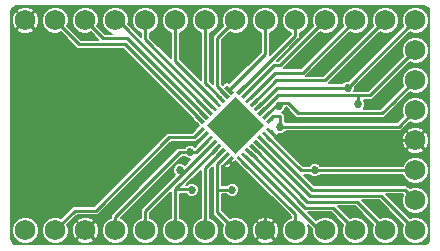
<source format=gtl>
G04 (created by PCBNEW (2013-03-04 BZR 3984)-stable) date 10/14/2013 1:37:55 PM*
%MOIN*%
G04 Gerber Fmt 3.4, Leading zero omitted, Abs format*
%FSLAX34Y34*%
G01*
G70*
G90*
G04 APERTURE LIST*
%ADD10C,0*%
%ADD11C,0.0688976*%
%ADD12C,0.027*%
%ADD13C,0.01*%
%ADD14C,0.005*%
G04 APERTURE END LIST*
G54D10*
G54D11*
X54000Y-24500D03*
X53000Y-31500D03*
X54000Y-31500D03*
X55000Y-31500D03*
X56000Y-31500D03*
X57000Y-31500D03*
X57000Y-30500D03*
X57000Y-29500D03*
X57000Y-28500D03*
X57000Y-27500D03*
X57000Y-26500D03*
X57000Y-25500D03*
X57000Y-24500D03*
X56000Y-24500D03*
X55000Y-24500D03*
X52000Y-31500D03*
X53000Y-24500D03*
X52000Y-24500D03*
X51000Y-24500D03*
X50000Y-24500D03*
X49000Y-24500D03*
X48000Y-24500D03*
X47000Y-24500D03*
X46000Y-24500D03*
X45000Y-24500D03*
X44000Y-31500D03*
X44000Y-24500D03*
X51000Y-31500D03*
X50000Y-31500D03*
X49000Y-31500D03*
X48000Y-31500D03*
X47000Y-31500D03*
G54D10*
G36*
X49747Y-28361D02*
X49663Y-28278D01*
X49900Y-28041D01*
X49983Y-28125D01*
X49747Y-28361D01*
X49747Y-28361D01*
G37*
G36*
X49886Y-28501D02*
X49802Y-28417D01*
X50039Y-28180D01*
X50123Y-28264D01*
X49886Y-28501D01*
X49886Y-28501D01*
G37*
G36*
X50025Y-28640D02*
X49942Y-28556D01*
X50178Y-28320D01*
X50262Y-28403D01*
X50025Y-28640D01*
X50025Y-28640D01*
G37*
G36*
X50164Y-28779D02*
X50081Y-28695D01*
X50317Y-28459D01*
X50401Y-28542D01*
X50164Y-28779D01*
X50164Y-28779D01*
G37*
G36*
X50304Y-28918D02*
X50220Y-28835D01*
X50457Y-28598D01*
X50540Y-28682D01*
X50304Y-28918D01*
X50304Y-28918D01*
G37*
G36*
X50443Y-29057D02*
X50359Y-28974D01*
X50596Y-28737D01*
X50679Y-28821D01*
X50443Y-29057D01*
X50443Y-29057D01*
G37*
G36*
X50582Y-29197D02*
X50498Y-29113D01*
X50735Y-28876D01*
X50819Y-28960D01*
X50582Y-29197D01*
X50582Y-29197D01*
G37*
G36*
X50721Y-29336D02*
X50638Y-29252D01*
X50874Y-29016D01*
X50958Y-29099D01*
X50721Y-29336D01*
X50721Y-29336D01*
G37*
G36*
X52099Y-27958D02*
X52016Y-27874D01*
X52252Y-27638D01*
X52336Y-27721D01*
X52099Y-27958D01*
X52099Y-27958D01*
G37*
G36*
X51960Y-27819D02*
X51876Y-27735D01*
X52113Y-27498D01*
X52197Y-27582D01*
X51960Y-27819D01*
X51960Y-27819D01*
G37*
G36*
X51821Y-27679D02*
X51737Y-27596D01*
X51974Y-27359D01*
X52057Y-27443D01*
X51821Y-27679D01*
X51821Y-27679D01*
G37*
G36*
X51682Y-27540D02*
X51598Y-27457D01*
X51835Y-27220D01*
X51918Y-27304D01*
X51682Y-27540D01*
X51682Y-27540D01*
G37*
G36*
X51542Y-27401D02*
X51459Y-27317D01*
X51695Y-27081D01*
X51779Y-27164D01*
X51542Y-27401D01*
X51542Y-27401D01*
G37*
G36*
X51403Y-27262D02*
X51320Y-27178D01*
X51556Y-26942D01*
X51640Y-27025D01*
X51403Y-27262D01*
X51403Y-27262D01*
G37*
G36*
X51264Y-27123D02*
X51180Y-27039D01*
X51417Y-26802D01*
X51501Y-26886D01*
X51264Y-27123D01*
X51264Y-27123D01*
G37*
G36*
X51125Y-26983D02*
X51041Y-26900D01*
X51278Y-26663D01*
X51361Y-26747D01*
X51125Y-26983D01*
X51125Y-26983D01*
G37*
G36*
X51278Y-29336D02*
X51041Y-29099D01*
X51125Y-29016D01*
X51361Y-29252D01*
X51278Y-29336D01*
X51278Y-29336D01*
G37*
G36*
X51417Y-29197D02*
X51180Y-28960D01*
X51264Y-28876D01*
X51501Y-29113D01*
X51417Y-29197D01*
X51417Y-29197D01*
G37*
G36*
X51556Y-29057D02*
X51320Y-28821D01*
X51403Y-28737D01*
X51640Y-28974D01*
X51556Y-29057D01*
X51556Y-29057D01*
G37*
G36*
X51695Y-28918D02*
X51459Y-28682D01*
X51542Y-28598D01*
X51779Y-28835D01*
X51695Y-28918D01*
X51695Y-28918D01*
G37*
G36*
X51835Y-28779D02*
X51598Y-28542D01*
X51682Y-28459D01*
X51918Y-28695D01*
X51835Y-28779D01*
X51835Y-28779D01*
G37*
G36*
X51974Y-28640D02*
X51737Y-28403D01*
X51821Y-28320D01*
X52057Y-28556D01*
X51974Y-28640D01*
X51974Y-28640D01*
G37*
G36*
X52113Y-28501D02*
X51876Y-28264D01*
X51960Y-28180D01*
X52197Y-28417D01*
X52113Y-28501D01*
X52113Y-28501D01*
G37*
G36*
X52252Y-28361D02*
X52016Y-28125D01*
X52099Y-28041D01*
X52336Y-28278D01*
X52252Y-28361D01*
X52252Y-28361D01*
G37*
G36*
X50874Y-26983D02*
X50638Y-26747D01*
X50721Y-26663D01*
X50958Y-26900D01*
X50874Y-26983D01*
X50874Y-26983D01*
G37*
G36*
X50735Y-27123D02*
X50498Y-26886D01*
X50582Y-26802D01*
X50819Y-27039D01*
X50735Y-27123D01*
X50735Y-27123D01*
G37*
G36*
X50596Y-27262D02*
X50359Y-27025D01*
X50443Y-26942D01*
X50679Y-27178D01*
X50596Y-27262D01*
X50596Y-27262D01*
G37*
G36*
X50457Y-27401D02*
X50220Y-27164D01*
X50304Y-27081D01*
X50540Y-27317D01*
X50457Y-27401D01*
X50457Y-27401D01*
G37*
G36*
X50317Y-27540D02*
X50081Y-27304D01*
X50164Y-27220D01*
X50401Y-27457D01*
X50317Y-27540D01*
X50317Y-27540D01*
G37*
G36*
X50178Y-27679D02*
X49942Y-27443D01*
X50025Y-27359D01*
X50262Y-27596D01*
X50178Y-27679D01*
X50178Y-27679D01*
G37*
G36*
X50039Y-27819D02*
X49802Y-27582D01*
X49886Y-27498D01*
X50123Y-27735D01*
X50039Y-27819D01*
X50039Y-27819D01*
G37*
G36*
X49900Y-27958D02*
X49663Y-27721D01*
X49747Y-27638D01*
X49983Y-27874D01*
X49900Y-27958D01*
X49900Y-27958D01*
G37*
G36*
X51000Y-28946D02*
X50053Y-28000D01*
X51000Y-27053D01*
X51946Y-28000D01*
X51000Y-28946D01*
X51000Y-28946D01*
G37*
G54D11*
X45000Y-31500D03*
X46000Y-31500D03*
G54D12*
X49550Y-30150D03*
X53650Y-29500D03*
X50900Y-30150D03*
X52500Y-28050D03*
X52450Y-27350D03*
X55100Y-27300D03*
X54750Y-26750D03*
X49500Y-28900D03*
X49150Y-29500D03*
G54D13*
X45000Y-31500D02*
X45650Y-30850D01*
X46350Y-30850D02*
X45650Y-30850D01*
X49625Y-28400D02*
X49823Y-28201D01*
X49625Y-28400D02*
X48800Y-28400D01*
X48800Y-28400D02*
X46350Y-30850D01*
X51341Y-29036D02*
X53804Y-31500D01*
X53804Y-31500D02*
X54000Y-31500D01*
X51480Y-28897D02*
X53332Y-30750D01*
X54250Y-30750D02*
X55000Y-31500D01*
X53332Y-30750D02*
X54250Y-30750D01*
X53400Y-30550D02*
X51619Y-28769D01*
X55050Y-30550D02*
X53400Y-30550D01*
X56000Y-31500D02*
X55050Y-30550D01*
X51619Y-28769D02*
X51619Y-28758D01*
X57000Y-31500D02*
X55850Y-30350D01*
X55850Y-30350D02*
X55150Y-30350D01*
X53489Y-30350D02*
X51758Y-28619D01*
X53489Y-30350D02*
X55150Y-30350D01*
X57000Y-30500D02*
X56650Y-30150D01*
X53567Y-30150D02*
X56650Y-30150D01*
X53567Y-30150D02*
X51897Y-28480D01*
X49539Y-30139D02*
X49000Y-30139D01*
X49550Y-30150D02*
X49539Y-30139D01*
X50400Y-30150D02*
X50900Y-30150D01*
X52036Y-28341D02*
X53195Y-29500D01*
X53195Y-29500D02*
X53650Y-29500D01*
X53650Y-29500D02*
X57000Y-29500D01*
X51000Y-31500D02*
X50400Y-30900D01*
X50400Y-29295D02*
X50400Y-30150D01*
X50400Y-30150D02*
X50400Y-30900D01*
X50400Y-29295D02*
X50658Y-29036D01*
X50380Y-28758D02*
X49000Y-30139D01*
X49000Y-30139D02*
X49000Y-31500D01*
X48400Y-29100D02*
X48900Y-28600D01*
X48900Y-28600D02*
X49450Y-28600D01*
X49704Y-28600D02*
X49450Y-28600D01*
X49963Y-28341D02*
X49704Y-28600D01*
X48400Y-29100D02*
X46000Y-31500D01*
X52176Y-28201D02*
X52474Y-28500D01*
X52474Y-28500D02*
X57000Y-28500D01*
X50798Y-29176D02*
X52000Y-30378D01*
X52000Y-30378D02*
X52000Y-31500D01*
X52500Y-28050D02*
X56450Y-28050D01*
X56450Y-28050D02*
X57000Y-27500D01*
X52500Y-28050D02*
X52500Y-27700D01*
X52176Y-27798D02*
X52274Y-27700D01*
X56800Y-27700D02*
X57000Y-27500D01*
X52274Y-27700D02*
X52500Y-27700D01*
X56250Y-27250D02*
X55900Y-27600D01*
X57000Y-26500D02*
X56250Y-27250D01*
X52750Y-27250D02*
X52450Y-27250D01*
X53100Y-27600D02*
X52750Y-27250D01*
X55900Y-27600D02*
X53100Y-27600D01*
X52450Y-27250D02*
X52450Y-27350D01*
X52450Y-27250D02*
X52041Y-27658D01*
X52041Y-27658D02*
X52036Y-27658D01*
X55100Y-27300D02*
X55100Y-27000D01*
X55150Y-27250D02*
X55100Y-27300D01*
X51897Y-27519D02*
X52417Y-27000D01*
X55200Y-27000D02*
X52500Y-27000D01*
X55150Y-27000D02*
X55200Y-27000D01*
X55100Y-27000D02*
X55150Y-27000D01*
X52417Y-27000D02*
X52500Y-27000D01*
X57000Y-25500D02*
X55500Y-27000D01*
X55500Y-27000D02*
X55100Y-27000D01*
X51758Y-27380D02*
X52389Y-26750D01*
X54750Y-26750D02*
X52400Y-26750D01*
X54750Y-26750D02*
X57000Y-24500D01*
X52389Y-26750D02*
X52400Y-26750D01*
X51619Y-27241D02*
X52360Y-26500D01*
X52360Y-26500D02*
X52500Y-26500D01*
X56000Y-24500D02*
X54000Y-26500D01*
X54000Y-26500D02*
X52500Y-26500D01*
X52500Y-26500D02*
X52400Y-26500D01*
X53250Y-26250D02*
X52332Y-26250D01*
X55000Y-24500D02*
X53250Y-26250D01*
X52332Y-26250D02*
X51480Y-27102D01*
X51341Y-26963D02*
X52304Y-26000D01*
X52304Y-26000D02*
X52300Y-26000D01*
X54000Y-24500D02*
X52500Y-26000D01*
X52500Y-26000D02*
X52300Y-26000D01*
X53000Y-24500D02*
X53000Y-25025D01*
X53000Y-25025D02*
X51201Y-26823D01*
X52000Y-24500D02*
X52000Y-25621D01*
X52000Y-25621D02*
X50798Y-26823D01*
X50658Y-26963D02*
X50400Y-26704D01*
X50400Y-25100D02*
X50400Y-26700D01*
X50400Y-25100D02*
X51000Y-24500D01*
X50400Y-26704D02*
X50400Y-26700D01*
X50000Y-24500D02*
X50000Y-26582D01*
X50000Y-26582D02*
X50519Y-27102D01*
X49000Y-24500D02*
X49000Y-25860D01*
X49000Y-25860D02*
X50380Y-27241D01*
X48000Y-24500D02*
X48000Y-25139D01*
X48000Y-25139D02*
X50241Y-27380D01*
X49500Y-28900D02*
X49150Y-28900D01*
X47000Y-31050D02*
X47000Y-31500D01*
X49150Y-28900D02*
X47000Y-31050D01*
X49741Y-28841D02*
X49682Y-28900D01*
X49682Y-28900D02*
X49500Y-28900D01*
X47000Y-31500D02*
X47082Y-31500D01*
X49741Y-28841D02*
X50102Y-28480D01*
X47000Y-24500D02*
X47082Y-24500D01*
X47082Y-24500D02*
X50102Y-27519D01*
X46000Y-24500D02*
X46600Y-25100D01*
X47404Y-25100D02*
X46750Y-25100D01*
X47404Y-25100D02*
X49963Y-27658D01*
X46600Y-25100D02*
X46750Y-25100D01*
X45000Y-24500D02*
X45800Y-25300D01*
X49823Y-27798D02*
X47325Y-25300D01*
X47325Y-25300D02*
X45800Y-25300D01*
X49255Y-29605D02*
X49255Y-29605D01*
X49255Y-29605D02*
X49150Y-29500D01*
X50241Y-28619D02*
X49255Y-29605D01*
X49255Y-29605D02*
X48000Y-30860D01*
X48000Y-30860D02*
X48000Y-31500D01*
X50519Y-28897D02*
X50000Y-29417D01*
X50000Y-29417D02*
X50000Y-31500D01*
X51201Y-29176D02*
X53000Y-30974D01*
X53000Y-30974D02*
X53000Y-31500D01*
G54D10*
G36*
X57466Y-31787D02*
X57451Y-31862D01*
X57448Y-31867D01*
X57448Y-28414D01*
X57381Y-28249D01*
X57377Y-28243D01*
X57314Y-28205D01*
X57294Y-28225D01*
X57294Y-28185D01*
X57256Y-28122D01*
X57092Y-28052D01*
X56914Y-28051D01*
X56749Y-28118D01*
X56743Y-28122D01*
X56705Y-28185D01*
X57000Y-28479D01*
X57294Y-28185D01*
X57294Y-28225D01*
X57020Y-28500D01*
X57314Y-28794D01*
X57377Y-28756D01*
X57447Y-28592D01*
X57448Y-28414D01*
X57448Y-31867D01*
X57448Y-31867D01*
X57448Y-31411D01*
X57380Y-31246D01*
X57254Y-31120D01*
X57089Y-31051D01*
X56911Y-31051D01*
X56810Y-31093D01*
X56021Y-30303D01*
X56586Y-30303D01*
X56593Y-30310D01*
X56551Y-30410D01*
X56551Y-30588D01*
X56619Y-30753D01*
X56745Y-30879D01*
X56910Y-30948D01*
X57088Y-30948D01*
X57253Y-30880D01*
X57379Y-30754D01*
X57448Y-30589D01*
X57448Y-30411D01*
X57380Y-30246D01*
X57254Y-30120D01*
X57089Y-30051D01*
X56911Y-30051D01*
X56810Y-30093D01*
X56758Y-30041D01*
X56708Y-30007D01*
X56650Y-29996D01*
X53631Y-29996D01*
X53288Y-29653D01*
X53466Y-29653D01*
X53514Y-29702D01*
X53602Y-29738D01*
X53697Y-29738D01*
X53785Y-29702D01*
X53833Y-29653D01*
X56578Y-29653D01*
X56619Y-29753D01*
X56745Y-29879D01*
X56910Y-29948D01*
X57088Y-29948D01*
X57253Y-29880D01*
X57379Y-29754D01*
X57448Y-29589D01*
X57448Y-29411D01*
X57380Y-29246D01*
X57294Y-29160D01*
X57294Y-28814D01*
X57000Y-28520D01*
X56979Y-28540D01*
X56979Y-28500D01*
X56685Y-28205D01*
X56622Y-28243D01*
X56552Y-28407D01*
X56551Y-28585D01*
X56618Y-28750D01*
X56622Y-28756D01*
X56685Y-28794D01*
X56979Y-28500D01*
X56979Y-28540D01*
X56705Y-28814D01*
X56743Y-28877D01*
X56907Y-28947D01*
X57085Y-28948D01*
X57250Y-28881D01*
X57256Y-28877D01*
X57294Y-28814D01*
X57294Y-29160D01*
X57254Y-29120D01*
X57089Y-29051D01*
X56911Y-29051D01*
X56746Y-29119D01*
X56620Y-29245D01*
X56578Y-29346D01*
X53833Y-29346D01*
X53785Y-29297D01*
X53697Y-29261D01*
X53602Y-29261D01*
X53514Y-29297D01*
X53466Y-29346D01*
X53259Y-29346D01*
X52337Y-28423D01*
X52339Y-28422D01*
X52339Y-28385D01*
X52176Y-28222D01*
X52170Y-28227D01*
X52150Y-28207D01*
X52155Y-28201D01*
X52150Y-28196D01*
X52170Y-28175D01*
X52176Y-28181D01*
X52181Y-28175D01*
X52202Y-28196D01*
X52196Y-28201D01*
X52359Y-28365D01*
X52396Y-28365D01*
X52424Y-28337D01*
X52439Y-28299D01*
X52440Y-28283D01*
X52452Y-28288D01*
X52547Y-28288D01*
X52635Y-28252D01*
X52683Y-28203D01*
X56450Y-28203D01*
X56508Y-28192D01*
X56558Y-28158D01*
X56810Y-27906D01*
X56910Y-27948D01*
X57088Y-27948D01*
X57253Y-27880D01*
X57379Y-27754D01*
X57448Y-27589D01*
X57448Y-27411D01*
X57380Y-27246D01*
X57254Y-27120D01*
X57089Y-27051D01*
X56911Y-27051D01*
X56746Y-27119D01*
X56620Y-27245D01*
X56551Y-27410D01*
X56551Y-27588D01*
X56593Y-27689D01*
X56386Y-27896D01*
X52683Y-27896D01*
X52653Y-27866D01*
X52653Y-27700D01*
X52642Y-27641D01*
X52608Y-27591D01*
X52563Y-27561D01*
X52585Y-27552D01*
X52652Y-27485D01*
X52686Y-27403D01*
X52686Y-27403D01*
X52991Y-27708D01*
X52991Y-27708D01*
X53011Y-27722D01*
X53041Y-27742D01*
X53099Y-27753D01*
X53100Y-27753D01*
X55900Y-27753D01*
X55958Y-27742D01*
X56008Y-27708D01*
X56358Y-27358D01*
X56358Y-27358D01*
X56358Y-27358D01*
X56810Y-26906D01*
X56910Y-26948D01*
X57088Y-26948D01*
X57253Y-26880D01*
X57379Y-26754D01*
X57448Y-26589D01*
X57448Y-26411D01*
X57380Y-26246D01*
X57254Y-26120D01*
X57089Y-26051D01*
X56911Y-26051D01*
X56746Y-26119D01*
X56620Y-26245D01*
X56551Y-26410D01*
X56551Y-26588D01*
X56593Y-26689D01*
X56141Y-27141D01*
X56141Y-27141D01*
X55836Y-27446D01*
X55291Y-27446D01*
X55302Y-27435D01*
X55338Y-27347D01*
X55338Y-27252D01*
X55302Y-27164D01*
X55291Y-27153D01*
X55500Y-27153D01*
X55558Y-27142D01*
X55608Y-27108D01*
X56810Y-25906D01*
X56910Y-25948D01*
X57088Y-25948D01*
X57253Y-25880D01*
X57379Y-25754D01*
X57448Y-25589D01*
X57448Y-25411D01*
X57380Y-25246D01*
X57254Y-25120D01*
X57089Y-25051D01*
X56911Y-25051D01*
X56746Y-25119D01*
X56620Y-25245D01*
X56551Y-25410D01*
X56551Y-25588D01*
X56593Y-25689D01*
X55436Y-26846D01*
X55200Y-26846D01*
X55150Y-26846D01*
X55100Y-26846D01*
X54968Y-26846D01*
X54988Y-26797D01*
X54988Y-26728D01*
X56810Y-24906D01*
X56910Y-24948D01*
X57088Y-24948D01*
X57253Y-24880D01*
X57379Y-24754D01*
X57448Y-24589D01*
X57448Y-24411D01*
X57380Y-24246D01*
X57254Y-24120D01*
X57089Y-24051D01*
X56911Y-24051D01*
X56746Y-24119D01*
X56620Y-24245D01*
X56551Y-24410D01*
X56551Y-24588D01*
X56593Y-24689D01*
X54771Y-26511D01*
X54702Y-26511D01*
X54614Y-26547D01*
X54566Y-26596D01*
X54121Y-26596D01*
X55810Y-24906D01*
X55910Y-24948D01*
X56088Y-24948D01*
X56253Y-24880D01*
X56379Y-24754D01*
X56448Y-24589D01*
X56448Y-24411D01*
X56380Y-24246D01*
X56254Y-24120D01*
X56089Y-24051D01*
X55911Y-24051D01*
X55746Y-24119D01*
X55620Y-24245D01*
X55551Y-24410D01*
X55551Y-24588D01*
X55593Y-24689D01*
X53936Y-26346D01*
X53371Y-26346D01*
X54810Y-24906D01*
X54910Y-24948D01*
X55088Y-24948D01*
X55253Y-24880D01*
X55379Y-24754D01*
X55448Y-24589D01*
X55448Y-24411D01*
X55380Y-24246D01*
X55254Y-24120D01*
X55089Y-24051D01*
X54911Y-24051D01*
X54746Y-24119D01*
X54620Y-24245D01*
X54551Y-24410D01*
X54551Y-24588D01*
X54593Y-24689D01*
X53186Y-26096D01*
X52621Y-26096D01*
X53810Y-24906D01*
X53910Y-24948D01*
X54088Y-24948D01*
X54253Y-24880D01*
X54379Y-24754D01*
X54448Y-24589D01*
X54448Y-24411D01*
X54380Y-24246D01*
X54254Y-24120D01*
X54089Y-24051D01*
X53911Y-24051D01*
X53746Y-24119D01*
X53620Y-24245D01*
X53551Y-24410D01*
X53551Y-24588D01*
X53593Y-24689D01*
X52436Y-25846D01*
X52396Y-25846D01*
X53108Y-25134D01*
X53108Y-25134D01*
X53142Y-25084D01*
X53153Y-25025D01*
X53153Y-25025D01*
X53153Y-24921D01*
X53253Y-24880D01*
X53379Y-24754D01*
X53448Y-24589D01*
X53448Y-24411D01*
X53380Y-24246D01*
X53254Y-24120D01*
X53089Y-24051D01*
X52911Y-24051D01*
X52746Y-24119D01*
X52620Y-24245D01*
X52551Y-24410D01*
X52551Y-24588D01*
X52619Y-24753D01*
X52745Y-24879D01*
X52846Y-24921D01*
X52846Y-24961D01*
X52145Y-25662D01*
X52153Y-25621D01*
X52153Y-25621D01*
X52153Y-24921D01*
X52253Y-24880D01*
X52379Y-24754D01*
X52448Y-24589D01*
X52448Y-24411D01*
X52380Y-24246D01*
X52254Y-24120D01*
X52089Y-24051D01*
X51911Y-24051D01*
X51746Y-24119D01*
X51620Y-24245D01*
X51551Y-24410D01*
X51551Y-24588D01*
X51619Y-24753D01*
X51745Y-24879D01*
X51846Y-24921D01*
X51846Y-25558D01*
X50804Y-26599D01*
X50780Y-26575D01*
X50742Y-26560D01*
X50701Y-26559D01*
X50662Y-26575D01*
X50633Y-26604D01*
X50576Y-26662D01*
X50553Y-26640D01*
X50553Y-25163D01*
X50810Y-24906D01*
X50910Y-24948D01*
X51088Y-24948D01*
X51253Y-24880D01*
X51379Y-24754D01*
X51448Y-24589D01*
X51448Y-24411D01*
X51380Y-24246D01*
X51254Y-24120D01*
X51089Y-24051D01*
X50911Y-24051D01*
X50746Y-24119D01*
X50620Y-24245D01*
X50551Y-24410D01*
X50551Y-24588D01*
X50593Y-24689D01*
X50291Y-24991D01*
X50257Y-25041D01*
X50246Y-25100D01*
X50246Y-26611D01*
X50153Y-26518D01*
X50153Y-24921D01*
X50253Y-24880D01*
X50379Y-24754D01*
X50448Y-24589D01*
X50448Y-24411D01*
X50380Y-24246D01*
X50254Y-24120D01*
X50089Y-24051D01*
X49911Y-24051D01*
X49746Y-24119D01*
X49620Y-24245D01*
X49551Y-24410D01*
X49551Y-24588D01*
X49619Y-24753D01*
X49745Y-24879D01*
X49846Y-24921D01*
X49846Y-26489D01*
X49153Y-25797D01*
X49153Y-24921D01*
X49253Y-24880D01*
X49379Y-24754D01*
X49448Y-24589D01*
X49448Y-24411D01*
X49380Y-24246D01*
X49254Y-24120D01*
X49089Y-24051D01*
X48911Y-24051D01*
X48746Y-24119D01*
X48620Y-24245D01*
X48551Y-24410D01*
X48551Y-24588D01*
X48619Y-24753D01*
X48745Y-24879D01*
X48846Y-24921D01*
X48846Y-25768D01*
X48153Y-25075D01*
X48153Y-24921D01*
X48253Y-24880D01*
X48379Y-24754D01*
X48448Y-24589D01*
X48448Y-24411D01*
X48380Y-24246D01*
X48254Y-24120D01*
X48089Y-24051D01*
X47911Y-24051D01*
X47746Y-24119D01*
X47620Y-24245D01*
X47551Y-24410D01*
X47551Y-24588D01*
X47619Y-24753D01*
X47745Y-24879D01*
X47846Y-24921D01*
X47846Y-25046D01*
X47430Y-24631D01*
X47448Y-24589D01*
X47448Y-24411D01*
X47380Y-24246D01*
X47254Y-24120D01*
X47089Y-24051D01*
X46911Y-24051D01*
X46746Y-24119D01*
X46620Y-24245D01*
X46551Y-24410D01*
X46551Y-24588D01*
X46619Y-24753D01*
X46745Y-24879D01*
X46905Y-24946D01*
X46750Y-24946D01*
X46663Y-24946D01*
X46406Y-24689D01*
X46448Y-24589D01*
X46448Y-24411D01*
X46380Y-24246D01*
X46254Y-24120D01*
X46089Y-24051D01*
X45911Y-24051D01*
X45746Y-24119D01*
X45620Y-24245D01*
X45551Y-24410D01*
X45551Y-24588D01*
X45619Y-24753D01*
X45745Y-24879D01*
X45910Y-24948D01*
X46088Y-24948D01*
X46189Y-24906D01*
X46428Y-25146D01*
X45863Y-25146D01*
X45406Y-24689D01*
X45448Y-24589D01*
X45448Y-24411D01*
X45380Y-24246D01*
X45254Y-24120D01*
X45089Y-24051D01*
X44911Y-24051D01*
X44746Y-24119D01*
X44620Y-24245D01*
X44551Y-24410D01*
X44551Y-24588D01*
X44619Y-24753D01*
X44745Y-24879D01*
X44910Y-24948D01*
X45088Y-24948D01*
X45189Y-24906D01*
X45691Y-25408D01*
X45691Y-25408D01*
X45724Y-25430D01*
X45741Y-25442D01*
X45741Y-25442D01*
X45799Y-25453D01*
X45800Y-25453D01*
X47261Y-25453D01*
X49566Y-27758D01*
X49575Y-27780D01*
X49604Y-27809D01*
X49795Y-28000D01*
X49575Y-28219D01*
X49566Y-28241D01*
X49561Y-28246D01*
X48800Y-28246D01*
X48741Y-28257D01*
X48691Y-28291D01*
X48691Y-28291D01*
X48691Y-28291D01*
X46286Y-30696D01*
X45650Y-30696D01*
X45591Y-30707D01*
X45541Y-30741D01*
X45189Y-31093D01*
X45089Y-31051D01*
X44911Y-31051D01*
X44746Y-31119D01*
X44620Y-31245D01*
X44551Y-31410D01*
X44551Y-31588D01*
X44619Y-31753D01*
X44745Y-31879D01*
X44910Y-31948D01*
X45088Y-31948D01*
X45253Y-31880D01*
X45379Y-31754D01*
X45448Y-31589D01*
X45448Y-31411D01*
X45406Y-31310D01*
X45713Y-31003D01*
X46350Y-31003D01*
X46408Y-30992D01*
X46458Y-30958D01*
X48863Y-28553D01*
X49625Y-28553D01*
X49684Y-28542D01*
X49734Y-28508D01*
X49740Y-28502D01*
X49744Y-28505D01*
X49742Y-28504D01*
X49779Y-28504D01*
X49942Y-28341D01*
X49937Y-28335D01*
X49957Y-28315D01*
X49963Y-28320D01*
X49968Y-28315D01*
X49988Y-28335D01*
X49983Y-28341D01*
X49988Y-28346D01*
X49968Y-28366D01*
X49963Y-28361D01*
X49799Y-28524D01*
X49799Y-28561D01*
X49798Y-28559D01*
X49801Y-28563D01*
X49651Y-28713D01*
X49635Y-28697D01*
X49547Y-28661D01*
X49452Y-28661D01*
X49364Y-28697D01*
X49316Y-28746D01*
X49150Y-28746D01*
X49091Y-28757D01*
X49041Y-28791D01*
X46891Y-30941D01*
X46857Y-30991D01*
X46846Y-31050D01*
X46846Y-31078D01*
X46746Y-31119D01*
X46620Y-31245D01*
X46551Y-31410D01*
X46551Y-31588D01*
X46619Y-31753D01*
X46745Y-31879D01*
X46910Y-31948D01*
X47088Y-31948D01*
X47253Y-31880D01*
X47379Y-31754D01*
X47448Y-31589D01*
X47448Y-31411D01*
X47380Y-31246D01*
X47254Y-31120D01*
X47178Y-31088D01*
X49213Y-29053D01*
X49316Y-29053D01*
X49364Y-29102D01*
X49452Y-29138D01*
X49504Y-29138D01*
X49315Y-29327D01*
X49285Y-29297D01*
X49197Y-29261D01*
X49102Y-29261D01*
X49014Y-29297D01*
X48947Y-29364D01*
X48911Y-29452D01*
X48911Y-29547D01*
X48947Y-29635D01*
X48977Y-29665D01*
X47891Y-30752D01*
X47857Y-30801D01*
X47846Y-30860D01*
X47846Y-31078D01*
X47746Y-31119D01*
X47620Y-31245D01*
X47551Y-31410D01*
X47551Y-31588D01*
X47619Y-31753D01*
X47745Y-31879D01*
X47910Y-31948D01*
X48088Y-31948D01*
X48253Y-31880D01*
X48379Y-31754D01*
X48448Y-31589D01*
X48448Y-31411D01*
X48380Y-31246D01*
X48254Y-31120D01*
X48153Y-31078D01*
X48153Y-30924D01*
X48846Y-30231D01*
X48846Y-31078D01*
X48746Y-31119D01*
X48620Y-31245D01*
X48551Y-31410D01*
X48551Y-31588D01*
X48619Y-31753D01*
X48745Y-31879D01*
X48910Y-31948D01*
X49088Y-31948D01*
X49253Y-31880D01*
X49379Y-31754D01*
X49448Y-31589D01*
X49448Y-31411D01*
X49380Y-31246D01*
X49254Y-31120D01*
X49153Y-31078D01*
X49153Y-30292D01*
X49355Y-30292D01*
X49414Y-30352D01*
X49502Y-30388D01*
X49597Y-30388D01*
X49685Y-30352D01*
X49752Y-30285D01*
X49788Y-30197D01*
X49788Y-30102D01*
X49752Y-30014D01*
X49685Y-29947D01*
X49597Y-29911D01*
X49502Y-29911D01*
X49414Y-29947D01*
X49376Y-29985D01*
X49371Y-29985D01*
X49846Y-29510D01*
X49846Y-31078D01*
X49746Y-31119D01*
X49620Y-31245D01*
X49551Y-31410D01*
X49551Y-31588D01*
X49619Y-31753D01*
X49745Y-31879D01*
X49910Y-31948D01*
X50088Y-31948D01*
X50253Y-31880D01*
X50379Y-31754D01*
X50448Y-31589D01*
X50448Y-31411D01*
X50380Y-31246D01*
X50254Y-31120D01*
X50153Y-31078D01*
X50153Y-29481D01*
X50246Y-29388D01*
X50246Y-30150D01*
X50246Y-30900D01*
X50257Y-30958D01*
X50291Y-31008D01*
X50593Y-31310D01*
X50551Y-31410D01*
X50551Y-31588D01*
X50619Y-31753D01*
X50745Y-31879D01*
X50910Y-31948D01*
X51088Y-31948D01*
X51253Y-31880D01*
X51379Y-31754D01*
X51448Y-31589D01*
X51448Y-31411D01*
X51380Y-31246D01*
X51254Y-31120D01*
X51089Y-31051D01*
X50911Y-31051D01*
X50810Y-31093D01*
X50553Y-30836D01*
X50553Y-30303D01*
X50716Y-30303D01*
X50764Y-30352D01*
X50852Y-30388D01*
X50947Y-30388D01*
X51035Y-30352D01*
X51102Y-30285D01*
X51138Y-30197D01*
X51138Y-30102D01*
X51102Y-30014D01*
X51035Y-29947D01*
X50947Y-29911D01*
X50884Y-29911D01*
X50884Y-29319D01*
X50884Y-29283D01*
X50798Y-29196D01*
X50634Y-29359D01*
X50634Y-29396D01*
X50633Y-29395D01*
X50662Y-29424D01*
X50701Y-29440D01*
X50742Y-29439D01*
X50780Y-29424D01*
X50884Y-29319D01*
X50884Y-29911D01*
X50852Y-29911D01*
X50764Y-29947D01*
X50716Y-29996D01*
X50553Y-29996D01*
X50553Y-29359D01*
X50576Y-29337D01*
X50579Y-29340D01*
X50577Y-29339D01*
X50614Y-29339D01*
X50777Y-29176D01*
X50772Y-29170D01*
X50792Y-29150D01*
X50798Y-29155D01*
X50803Y-29150D01*
X50824Y-29170D01*
X50818Y-29176D01*
X50905Y-29262D01*
X50941Y-29262D01*
X50999Y-29204D01*
X51219Y-29424D01*
X51241Y-29433D01*
X52846Y-31038D01*
X52846Y-31078D01*
X52746Y-31119D01*
X52620Y-31245D01*
X52551Y-31410D01*
X52551Y-31588D01*
X52619Y-31753D01*
X52745Y-31879D01*
X52910Y-31948D01*
X53088Y-31948D01*
X53253Y-31880D01*
X53379Y-31754D01*
X53448Y-31589D01*
X53448Y-31411D01*
X53413Y-31326D01*
X53551Y-31465D01*
X53551Y-31588D01*
X53619Y-31753D01*
X53745Y-31879D01*
X53910Y-31948D01*
X54088Y-31948D01*
X54253Y-31880D01*
X54379Y-31754D01*
X54448Y-31589D01*
X54448Y-31411D01*
X54380Y-31246D01*
X54254Y-31120D01*
X54089Y-31051D01*
X53911Y-31051D01*
X53746Y-31119D01*
X53693Y-31172D01*
X53425Y-30903D01*
X54186Y-30903D01*
X54593Y-31310D01*
X54551Y-31410D01*
X54551Y-31588D01*
X54619Y-31753D01*
X54745Y-31879D01*
X54910Y-31948D01*
X55088Y-31948D01*
X55253Y-31880D01*
X55379Y-31754D01*
X55448Y-31589D01*
X55448Y-31411D01*
X55380Y-31246D01*
X55254Y-31120D01*
X55089Y-31051D01*
X54911Y-31051D01*
X54810Y-31093D01*
X54421Y-30703D01*
X54986Y-30703D01*
X55593Y-31310D01*
X55551Y-31410D01*
X55551Y-31588D01*
X55619Y-31753D01*
X55745Y-31879D01*
X55910Y-31948D01*
X56088Y-31948D01*
X56253Y-31880D01*
X56379Y-31754D01*
X56448Y-31589D01*
X56448Y-31411D01*
X56380Y-31246D01*
X56254Y-31120D01*
X56089Y-31051D01*
X55911Y-31051D01*
X55810Y-31093D01*
X55221Y-30503D01*
X55786Y-30503D01*
X56593Y-31310D01*
X56551Y-31410D01*
X56551Y-31588D01*
X56619Y-31753D01*
X56745Y-31879D01*
X56910Y-31948D01*
X57088Y-31948D01*
X57253Y-31880D01*
X57379Y-31754D01*
X57448Y-31589D01*
X57448Y-31411D01*
X57448Y-31867D01*
X57416Y-31915D01*
X57362Y-31951D01*
X57286Y-31966D01*
X52448Y-31966D01*
X52448Y-31414D01*
X52381Y-31249D01*
X52377Y-31243D01*
X52314Y-31205D01*
X52294Y-31225D01*
X52294Y-31185D01*
X52256Y-31122D01*
X52092Y-31052D01*
X51914Y-31051D01*
X51749Y-31118D01*
X51743Y-31122D01*
X51705Y-31185D01*
X52000Y-31479D01*
X52294Y-31185D01*
X52294Y-31225D01*
X52020Y-31500D01*
X52314Y-31794D01*
X52377Y-31756D01*
X52447Y-31592D01*
X52448Y-31414D01*
X52448Y-31966D01*
X52294Y-31966D01*
X52294Y-31814D01*
X52000Y-31520D01*
X51979Y-31540D01*
X51979Y-31500D01*
X51685Y-31205D01*
X51622Y-31243D01*
X51552Y-31407D01*
X51551Y-31585D01*
X51618Y-31750D01*
X51622Y-31756D01*
X51685Y-31794D01*
X51979Y-31500D01*
X51979Y-31540D01*
X51705Y-31814D01*
X51743Y-31877D01*
X51907Y-31947D01*
X52085Y-31948D01*
X52250Y-31881D01*
X52256Y-31877D01*
X52294Y-31814D01*
X52294Y-31966D01*
X46448Y-31966D01*
X46448Y-31414D01*
X46381Y-31249D01*
X46377Y-31243D01*
X46314Y-31205D01*
X46294Y-31225D01*
X46294Y-31185D01*
X46256Y-31122D01*
X46092Y-31052D01*
X45914Y-31051D01*
X45749Y-31118D01*
X45743Y-31122D01*
X45705Y-31185D01*
X46000Y-31479D01*
X46294Y-31185D01*
X46294Y-31225D01*
X46020Y-31500D01*
X46314Y-31794D01*
X46377Y-31756D01*
X46447Y-31592D01*
X46448Y-31414D01*
X46448Y-31966D01*
X46294Y-31966D01*
X46294Y-31814D01*
X46000Y-31520D01*
X45979Y-31540D01*
X45979Y-31500D01*
X45685Y-31205D01*
X45622Y-31243D01*
X45552Y-31407D01*
X45551Y-31585D01*
X45618Y-31750D01*
X45622Y-31756D01*
X45685Y-31794D01*
X45979Y-31500D01*
X45979Y-31540D01*
X45705Y-31814D01*
X45743Y-31877D01*
X45907Y-31947D01*
X46085Y-31948D01*
X46250Y-31881D01*
X46256Y-31877D01*
X46294Y-31814D01*
X46294Y-31966D01*
X44448Y-31966D01*
X44448Y-24414D01*
X44381Y-24249D01*
X44377Y-24243D01*
X44314Y-24205D01*
X44294Y-24225D01*
X44294Y-24185D01*
X44256Y-24122D01*
X44092Y-24052D01*
X43914Y-24051D01*
X43749Y-24118D01*
X43743Y-24122D01*
X43705Y-24185D01*
X44000Y-24479D01*
X44294Y-24185D01*
X44294Y-24225D01*
X44020Y-24500D01*
X44314Y-24794D01*
X44377Y-24756D01*
X44447Y-24592D01*
X44448Y-24414D01*
X44448Y-31966D01*
X44448Y-31966D01*
X44448Y-31411D01*
X44380Y-31246D01*
X44294Y-31160D01*
X44294Y-24814D01*
X44000Y-24520D01*
X43979Y-24540D01*
X43979Y-24500D01*
X43685Y-24205D01*
X43622Y-24243D01*
X43552Y-24407D01*
X43551Y-24585D01*
X43618Y-24750D01*
X43622Y-24756D01*
X43685Y-24794D01*
X43979Y-24500D01*
X43979Y-24540D01*
X43705Y-24814D01*
X43743Y-24877D01*
X43907Y-24947D01*
X44085Y-24948D01*
X44250Y-24881D01*
X44256Y-24877D01*
X44294Y-24814D01*
X44294Y-31160D01*
X44254Y-31120D01*
X44089Y-31051D01*
X43911Y-31051D01*
X43746Y-31119D01*
X43620Y-31245D01*
X43551Y-31410D01*
X43551Y-31588D01*
X43619Y-31753D01*
X43745Y-31879D01*
X43910Y-31948D01*
X44088Y-31948D01*
X44253Y-31880D01*
X44379Y-31754D01*
X44448Y-31589D01*
X44448Y-31411D01*
X44448Y-31966D01*
X43712Y-31966D01*
X43637Y-31951D01*
X43584Y-31916D01*
X43548Y-31862D01*
X43533Y-31786D01*
X43533Y-24213D01*
X43548Y-24137D01*
X43584Y-24083D01*
X43637Y-24048D01*
X43712Y-24033D01*
X57286Y-24033D01*
X57362Y-24048D01*
X57416Y-24084D01*
X57451Y-24137D01*
X57466Y-24212D01*
X57466Y-31787D01*
X57466Y-31787D01*
G37*
G54D14*
X57466Y-31787D02*
X57451Y-31862D01*
X57448Y-31867D01*
X57448Y-28414D01*
X57381Y-28249D01*
X57377Y-28243D01*
X57314Y-28205D01*
X57294Y-28225D01*
X57294Y-28185D01*
X57256Y-28122D01*
X57092Y-28052D01*
X56914Y-28051D01*
X56749Y-28118D01*
X56743Y-28122D01*
X56705Y-28185D01*
X57000Y-28479D01*
X57294Y-28185D01*
X57294Y-28225D01*
X57020Y-28500D01*
X57314Y-28794D01*
X57377Y-28756D01*
X57447Y-28592D01*
X57448Y-28414D01*
X57448Y-31867D01*
X57448Y-31867D01*
X57448Y-31411D01*
X57380Y-31246D01*
X57254Y-31120D01*
X57089Y-31051D01*
X56911Y-31051D01*
X56810Y-31093D01*
X56021Y-30303D01*
X56586Y-30303D01*
X56593Y-30310D01*
X56551Y-30410D01*
X56551Y-30588D01*
X56619Y-30753D01*
X56745Y-30879D01*
X56910Y-30948D01*
X57088Y-30948D01*
X57253Y-30880D01*
X57379Y-30754D01*
X57448Y-30589D01*
X57448Y-30411D01*
X57380Y-30246D01*
X57254Y-30120D01*
X57089Y-30051D01*
X56911Y-30051D01*
X56810Y-30093D01*
X56758Y-30041D01*
X56708Y-30007D01*
X56650Y-29996D01*
X53631Y-29996D01*
X53288Y-29653D01*
X53466Y-29653D01*
X53514Y-29702D01*
X53602Y-29738D01*
X53697Y-29738D01*
X53785Y-29702D01*
X53833Y-29653D01*
X56578Y-29653D01*
X56619Y-29753D01*
X56745Y-29879D01*
X56910Y-29948D01*
X57088Y-29948D01*
X57253Y-29880D01*
X57379Y-29754D01*
X57448Y-29589D01*
X57448Y-29411D01*
X57380Y-29246D01*
X57294Y-29160D01*
X57294Y-28814D01*
X57000Y-28520D01*
X56979Y-28540D01*
X56979Y-28500D01*
X56685Y-28205D01*
X56622Y-28243D01*
X56552Y-28407D01*
X56551Y-28585D01*
X56618Y-28750D01*
X56622Y-28756D01*
X56685Y-28794D01*
X56979Y-28500D01*
X56979Y-28540D01*
X56705Y-28814D01*
X56743Y-28877D01*
X56907Y-28947D01*
X57085Y-28948D01*
X57250Y-28881D01*
X57256Y-28877D01*
X57294Y-28814D01*
X57294Y-29160D01*
X57254Y-29120D01*
X57089Y-29051D01*
X56911Y-29051D01*
X56746Y-29119D01*
X56620Y-29245D01*
X56578Y-29346D01*
X53833Y-29346D01*
X53785Y-29297D01*
X53697Y-29261D01*
X53602Y-29261D01*
X53514Y-29297D01*
X53466Y-29346D01*
X53259Y-29346D01*
X52337Y-28423D01*
X52339Y-28422D01*
X52339Y-28385D01*
X52176Y-28222D01*
X52170Y-28227D01*
X52150Y-28207D01*
X52155Y-28201D01*
X52150Y-28196D01*
X52170Y-28175D01*
X52176Y-28181D01*
X52181Y-28175D01*
X52202Y-28196D01*
X52196Y-28201D01*
X52359Y-28365D01*
X52396Y-28365D01*
X52424Y-28337D01*
X52439Y-28299D01*
X52440Y-28283D01*
X52452Y-28288D01*
X52547Y-28288D01*
X52635Y-28252D01*
X52683Y-28203D01*
X56450Y-28203D01*
X56508Y-28192D01*
X56558Y-28158D01*
X56810Y-27906D01*
X56910Y-27948D01*
X57088Y-27948D01*
X57253Y-27880D01*
X57379Y-27754D01*
X57448Y-27589D01*
X57448Y-27411D01*
X57380Y-27246D01*
X57254Y-27120D01*
X57089Y-27051D01*
X56911Y-27051D01*
X56746Y-27119D01*
X56620Y-27245D01*
X56551Y-27410D01*
X56551Y-27588D01*
X56593Y-27689D01*
X56386Y-27896D01*
X52683Y-27896D01*
X52653Y-27866D01*
X52653Y-27700D01*
X52642Y-27641D01*
X52608Y-27591D01*
X52563Y-27561D01*
X52585Y-27552D01*
X52652Y-27485D01*
X52686Y-27403D01*
X52686Y-27403D01*
X52991Y-27708D01*
X52991Y-27708D01*
X53011Y-27722D01*
X53041Y-27742D01*
X53099Y-27753D01*
X53100Y-27753D01*
X55900Y-27753D01*
X55958Y-27742D01*
X56008Y-27708D01*
X56358Y-27358D01*
X56358Y-27358D01*
X56358Y-27358D01*
X56810Y-26906D01*
X56910Y-26948D01*
X57088Y-26948D01*
X57253Y-26880D01*
X57379Y-26754D01*
X57448Y-26589D01*
X57448Y-26411D01*
X57380Y-26246D01*
X57254Y-26120D01*
X57089Y-26051D01*
X56911Y-26051D01*
X56746Y-26119D01*
X56620Y-26245D01*
X56551Y-26410D01*
X56551Y-26588D01*
X56593Y-26689D01*
X56141Y-27141D01*
X56141Y-27141D01*
X55836Y-27446D01*
X55291Y-27446D01*
X55302Y-27435D01*
X55338Y-27347D01*
X55338Y-27252D01*
X55302Y-27164D01*
X55291Y-27153D01*
X55500Y-27153D01*
X55558Y-27142D01*
X55608Y-27108D01*
X56810Y-25906D01*
X56910Y-25948D01*
X57088Y-25948D01*
X57253Y-25880D01*
X57379Y-25754D01*
X57448Y-25589D01*
X57448Y-25411D01*
X57380Y-25246D01*
X57254Y-25120D01*
X57089Y-25051D01*
X56911Y-25051D01*
X56746Y-25119D01*
X56620Y-25245D01*
X56551Y-25410D01*
X56551Y-25588D01*
X56593Y-25689D01*
X55436Y-26846D01*
X55200Y-26846D01*
X55150Y-26846D01*
X55100Y-26846D01*
X54968Y-26846D01*
X54988Y-26797D01*
X54988Y-26728D01*
X56810Y-24906D01*
X56910Y-24948D01*
X57088Y-24948D01*
X57253Y-24880D01*
X57379Y-24754D01*
X57448Y-24589D01*
X57448Y-24411D01*
X57380Y-24246D01*
X57254Y-24120D01*
X57089Y-24051D01*
X56911Y-24051D01*
X56746Y-24119D01*
X56620Y-24245D01*
X56551Y-24410D01*
X56551Y-24588D01*
X56593Y-24689D01*
X54771Y-26511D01*
X54702Y-26511D01*
X54614Y-26547D01*
X54566Y-26596D01*
X54121Y-26596D01*
X55810Y-24906D01*
X55910Y-24948D01*
X56088Y-24948D01*
X56253Y-24880D01*
X56379Y-24754D01*
X56448Y-24589D01*
X56448Y-24411D01*
X56380Y-24246D01*
X56254Y-24120D01*
X56089Y-24051D01*
X55911Y-24051D01*
X55746Y-24119D01*
X55620Y-24245D01*
X55551Y-24410D01*
X55551Y-24588D01*
X55593Y-24689D01*
X53936Y-26346D01*
X53371Y-26346D01*
X54810Y-24906D01*
X54910Y-24948D01*
X55088Y-24948D01*
X55253Y-24880D01*
X55379Y-24754D01*
X55448Y-24589D01*
X55448Y-24411D01*
X55380Y-24246D01*
X55254Y-24120D01*
X55089Y-24051D01*
X54911Y-24051D01*
X54746Y-24119D01*
X54620Y-24245D01*
X54551Y-24410D01*
X54551Y-24588D01*
X54593Y-24689D01*
X53186Y-26096D01*
X52621Y-26096D01*
X53810Y-24906D01*
X53910Y-24948D01*
X54088Y-24948D01*
X54253Y-24880D01*
X54379Y-24754D01*
X54448Y-24589D01*
X54448Y-24411D01*
X54380Y-24246D01*
X54254Y-24120D01*
X54089Y-24051D01*
X53911Y-24051D01*
X53746Y-24119D01*
X53620Y-24245D01*
X53551Y-24410D01*
X53551Y-24588D01*
X53593Y-24689D01*
X52436Y-25846D01*
X52396Y-25846D01*
X53108Y-25134D01*
X53108Y-25134D01*
X53142Y-25084D01*
X53153Y-25025D01*
X53153Y-25025D01*
X53153Y-24921D01*
X53253Y-24880D01*
X53379Y-24754D01*
X53448Y-24589D01*
X53448Y-24411D01*
X53380Y-24246D01*
X53254Y-24120D01*
X53089Y-24051D01*
X52911Y-24051D01*
X52746Y-24119D01*
X52620Y-24245D01*
X52551Y-24410D01*
X52551Y-24588D01*
X52619Y-24753D01*
X52745Y-24879D01*
X52846Y-24921D01*
X52846Y-24961D01*
X52145Y-25662D01*
X52153Y-25621D01*
X52153Y-25621D01*
X52153Y-24921D01*
X52253Y-24880D01*
X52379Y-24754D01*
X52448Y-24589D01*
X52448Y-24411D01*
X52380Y-24246D01*
X52254Y-24120D01*
X52089Y-24051D01*
X51911Y-24051D01*
X51746Y-24119D01*
X51620Y-24245D01*
X51551Y-24410D01*
X51551Y-24588D01*
X51619Y-24753D01*
X51745Y-24879D01*
X51846Y-24921D01*
X51846Y-25558D01*
X50804Y-26599D01*
X50780Y-26575D01*
X50742Y-26560D01*
X50701Y-26559D01*
X50662Y-26575D01*
X50633Y-26604D01*
X50576Y-26662D01*
X50553Y-26640D01*
X50553Y-25163D01*
X50810Y-24906D01*
X50910Y-24948D01*
X51088Y-24948D01*
X51253Y-24880D01*
X51379Y-24754D01*
X51448Y-24589D01*
X51448Y-24411D01*
X51380Y-24246D01*
X51254Y-24120D01*
X51089Y-24051D01*
X50911Y-24051D01*
X50746Y-24119D01*
X50620Y-24245D01*
X50551Y-24410D01*
X50551Y-24588D01*
X50593Y-24689D01*
X50291Y-24991D01*
X50257Y-25041D01*
X50246Y-25100D01*
X50246Y-26611D01*
X50153Y-26518D01*
X50153Y-24921D01*
X50253Y-24880D01*
X50379Y-24754D01*
X50448Y-24589D01*
X50448Y-24411D01*
X50380Y-24246D01*
X50254Y-24120D01*
X50089Y-24051D01*
X49911Y-24051D01*
X49746Y-24119D01*
X49620Y-24245D01*
X49551Y-24410D01*
X49551Y-24588D01*
X49619Y-24753D01*
X49745Y-24879D01*
X49846Y-24921D01*
X49846Y-26489D01*
X49153Y-25797D01*
X49153Y-24921D01*
X49253Y-24880D01*
X49379Y-24754D01*
X49448Y-24589D01*
X49448Y-24411D01*
X49380Y-24246D01*
X49254Y-24120D01*
X49089Y-24051D01*
X48911Y-24051D01*
X48746Y-24119D01*
X48620Y-24245D01*
X48551Y-24410D01*
X48551Y-24588D01*
X48619Y-24753D01*
X48745Y-24879D01*
X48846Y-24921D01*
X48846Y-25768D01*
X48153Y-25075D01*
X48153Y-24921D01*
X48253Y-24880D01*
X48379Y-24754D01*
X48448Y-24589D01*
X48448Y-24411D01*
X48380Y-24246D01*
X48254Y-24120D01*
X48089Y-24051D01*
X47911Y-24051D01*
X47746Y-24119D01*
X47620Y-24245D01*
X47551Y-24410D01*
X47551Y-24588D01*
X47619Y-24753D01*
X47745Y-24879D01*
X47846Y-24921D01*
X47846Y-25046D01*
X47430Y-24631D01*
X47448Y-24589D01*
X47448Y-24411D01*
X47380Y-24246D01*
X47254Y-24120D01*
X47089Y-24051D01*
X46911Y-24051D01*
X46746Y-24119D01*
X46620Y-24245D01*
X46551Y-24410D01*
X46551Y-24588D01*
X46619Y-24753D01*
X46745Y-24879D01*
X46905Y-24946D01*
X46750Y-24946D01*
X46663Y-24946D01*
X46406Y-24689D01*
X46448Y-24589D01*
X46448Y-24411D01*
X46380Y-24246D01*
X46254Y-24120D01*
X46089Y-24051D01*
X45911Y-24051D01*
X45746Y-24119D01*
X45620Y-24245D01*
X45551Y-24410D01*
X45551Y-24588D01*
X45619Y-24753D01*
X45745Y-24879D01*
X45910Y-24948D01*
X46088Y-24948D01*
X46189Y-24906D01*
X46428Y-25146D01*
X45863Y-25146D01*
X45406Y-24689D01*
X45448Y-24589D01*
X45448Y-24411D01*
X45380Y-24246D01*
X45254Y-24120D01*
X45089Y-24051D01*
X44911Y-24051D01*
X44746Y-24119D01*
X44620Y-24245D01*
X44551Y-24410D01*
X44551Y-24588D01*
X44619Y-24753D01*
X44745Y-24879D01*
X44910Y-24948D01*
X45088Y-24948D01*
X45189Y-24906D01*
X45691Y-25408D01*
X45691Y-25408D01*
X45724Y-25430D01*
X45741Y-25442D01*
X45741Y-25442D01*
X45799Y-25453D01*
X45800Y-25453D01*
X47261Y-25453D01*
X49566Y-27758D01*
X49575Y-27780D01*
X49604Y-27809D01*
X49795Y-28000D01*
X49575Y-28219D01*
X49566Y-28241D01*
X49561Y-28246D01*
X48800Y-28246D01*
X48741Y-28257D01*
X48691Y-28291D01*
X48691Y-28291D01*
X48691Y-28291D01*
X46286Y-30696D01*
X45650Y-30696D01*
X45591Y-30707D01*
X45541Y-30741D01*
X45189Y-31093D01*
X45089Y-31051D01*
X44911Y-31051D01*
X44746Y-31119D01*
X44620Y-31245D01*
X44551Y-31410D01*
X44551Y-31588D01*
X44619Y-31753D01*
X44745Y-31879D01*
X44910Y-31948D01*
X45088Y-31948D01*
X45253Y-31880D01*
X45379Y-31754D01*
X45448Y-31589D01*
X45448Y-31411D01*
X45406Y-31310D01*
X45713Y-31003D01*
X46350Y-31003D01*
X46408Y-30992D01*
X46458Y-30958D01*
X48863Y-28553D01*
X49625Y-28553D01*
X49684Y-28542D01*
X49734Y-28508D01*
X49740Y-28502D01*
X49744Y-28505D01*
X49742Y-28504D01*
X49779Y-28504D01*
X49942Y-28341D01*
X49937Y-28335D01*
X49957Y-28315D01*
X49963Y-28320D01*
X49968Y-28315D01*
X49988Y-28335D01*
X49983Y-28341D01*
X49988Y-28346D01*
X49968Y-28366D01*
X49963Y-28361D01*
X49799Y-28524D01*
X49799Y-28561D01*
X49798Y-28559D01*
X49801Y-28563D01*
X49651Y-28713D01*
X49635Y-28697D01*
X49547Y-28661D01*
X49452Y-28661D01*
X49364Y-28697D01*
X49316Y-28746D01*
X49150Y-28746D01*
X49091Y-28757D01*
X49041Y-28791D01*
X46891Y-30941D01*
X46857Y-30991D01*
X46846Y-31050D01*
X46846Y-31078D01*
X46746Y-31119D01*
X46620Y-31245D01*
X46551Y-31410D01*
X46551Y-31588D01*
X46619Y-31753D01*
X46745Y-31879D01*
X46910Y-31948D01*
X47088Y-31948D01*
X47253Y-31880D01*
X47379Y-31754D01*
X47448Y-31589D01*
X47448Y-31411D01*
X47380Y-31246D01*
X47254Y-31120D01*
X47178Y-31088D01*
X49213Y-29053D01*
X49316Y-29053D01*
X49364Y-29102D01*
X49452Y-29138D01*
X49504Y-29138D01*
X49315Y-29327D01*
X49285Y-29297D01*
X49197Y-29261D01*
X49102Y-29261D01*
X49014Y-29297D01*
X48947Y-29364D01*
X48911Y-29452D01*
X48911Y-29547D01*
X48947Y-29635D01*
X48977Y-29665D01*
X47891Y-30752D01*
X47857Y-30801D01*
X47846Y-30860D01*
X47846Y-31078D01*
X47746Y-31119D01*
X47620Y-31245D01*
X47551Y-31410D01*
X47551Y-31588D01*
X47619Y-31753D01*
X47745Y-31879D01*
X47910Y-31948D01*
X48088Y-31948D01*
X48253Y-31880D01*
X48379Y-31754D01*
X48448Y-31589D01*
X48448Y-31411D01*
X48380Y-31246D01*
X48254Y-31120D01*
X48153Y-31078D01*
X48153Y-30924D01*
X48846Y-30231D01*
X48846Y-31078D01*
X48746Y-31119D01*
X48620Y-31245D01*
X48551Y-31410D01*
X48551Y-31588D01*
X48619Y-31753D01*
X48745Y-31879D01*
X48910Y-31948D01*
X49088Y-31948D01*
X49253Y-31880D01*
X49379Y-31754D01*
X49448Y-31589D01*
X49448Y-31411D01*
X49380Y-31246D01*
X49254Y-31120D01*
X49153Y-31078D01*
X49153Y-30292D01*
X49355Y-30292D01*
X49414Y-30352D01*
X49502Y-30388D01*
X49597Y-30388D01*
X49685Y-30352D01*
X49752Y-30285D01*
X49788Y-30197D01*
X49788Y-30102D01*
X49752Y-30014D01*
X49685Y-29947D01*
X49597Y-29911D01*
X49502Y-29911D01*
X49414Y-29947D01*
X49376Y-29985D01*
X49371Y-29985D01*
X49846Y-29510D01*
X49846Y-31078D01*
X49746Y-31119D01*
X49620Y-31245D01*
X49551Y-31410D01*
X49551Y-31588D01*
X49619Y-31753D01*
X49745Y-31879D01*
X49910Y-31948D01*
X50088Y-31948D01*
X50253Y-31880D01*
X50379Y-31754D01*
X50448Y-31589D01*
X50448Y-31411D01*
X50380Y-31246D01*
X50254Y-31120D01*
X50153Y-31078D01*
X50153Y-29481D01*
X50246Y-29388D01*
X50246Y-30150D01*
X50246Y-30900D01*
X50257Y-30958D01*
X50291Y-31008D01*
X50593Y-31310D01*
X50551Y-31410D01*
X50551Y-31588D01*
X50619Y-31753D01*
X50745Y-31879D01*
X50910Y-31948D01*
X51088Y-31948D01*
X51253Y-31880D01*
X51379Y-31754D01*
X51448Y-31589D01*
X51448Y-31411D01*
X51380Y-31246D01*
X51254Y-31120D01*
X51089Y-31051D01*
X50911Y-31051D01*
X50810Y-31093D01*
X50553Y-30836D01*
X50553Y-30303D01*
X50716Y-30303D01*
X50764Y-30352D01*
X50852Y-30388D01*
X50947Y-30388D01*
X51035Y-30352D01*
X51102Y-30285D01*
X51138Y-30197D01*
X51138Y-30102D01*
X51102Y-30014D01*
X51035Y-29947D01*
X50947Y-29911D01*
X50884Y-29911D01*
X50884Y-29319D01*
X50884Y-29283D01*
X50798Y-29196D01*
X50634Y-29359D01*
X50634Y-29396D01*
X50633Y-29395D01*
X50662Y-29424D01*
X50701Y-29440D01*
X50742Y-29439D01*
X50780Y-29424D01*
X50884Y-29319D01*
X50884Y-29911D01*
X50852Y-29911D01*
X50764Y-29947D01*
X50716Y-29996D01*
X50553Y-29996D01*
X50553Y-29359D01*
X50576Y-29337D01*
X50579Y-29340D01*
X50577Y-29339D01*
X50614Y-29339D01*
X50777Y-29176D01*
X50772Y-29170D01*
X50792Y-29150D01*
X50798Y-29155D01*
X50803Y-29150D01*
X50824Y-29170D01*
X50818Y-29176D01*
X50905Y-29262D01*
X50941Y-29262D01*
X50999Y-29204D01*
X51219Y-29424D01*
X51241Y-29433D01*
X52846Y-31038D01*
X52846Y-31078D01*
X52746Y-31119D01*
X52620Y-31245D01*
X52551Y-31410D01*
X52551Y-31588D01*
X52619Y-31753D01*
X52745Y-31879D01*
X52910Y-31948D01*
X53088Y-31948D01*
X53253Y-31880D01*
X53379Y-31754D01*
X53448Y-31589D01*
X53448Y-31411D01*
X53413Y-31326D01*
X53551Y-31465D01*
X53551Y-31588D01*
X53619Y-31753D01*
X53745Y-31879D01*
X53910Y-31948D01*
X54088Y-31948D01*
X54253Y-31880D01*
X54379Y-31754D01*
X54448Y-31589D01*
X54448Y-31411D01*
X54380Y-31246D01*
X54254Y-31120D01*
X54089Y-31051D01*
X53911Y-31051D01*
X53746Y-31119D01*
X53693Y-31172D01*
X53425Y-30903D01*
X54186Y-30903D01*
X54593Y-31310D01*
X54551Y-31410D01*
X54551Y-31588D01*
X54619Y-31753D01*
X54745Y-31879D01*
X54910Y-31948D01*
X55088Y-31948D01*
X55253Y-31880D01*
X55379Y-31754D01*
X55448Y-31589D01*
X55448Y-31411D01*
X55380Y-31246D01*
X55254Y-31120D01*
X55089Y-31051D01*
X54911Y-31051D01*
X54810Y-31093D01*
X54421Y-30703D01*
X54986Y-30703D01*
X55593Y-31310D01*
X55551Y-31410D01*
X55551Y-31588D01*
X55619Y-31753D01*
X55745Y-31879D01*
X55910Y-31948D01*
X56088Y-31948D01*
X56253Y-31880D01*
X56379Y-31754D01*
X56448Y-31589D01*
X56448Y-31411D01*
X56380Y-31246D01*
X56254Y-31120D01*
X56089Y-31051D01*
X55911Y-31051D01*
X55810Y-31093D01*
X55221Y-30503D01*
X55786Y-30503D01*
X56593Y-31310D01*
X56551Y-31410D01*
X56551Y-31588D01*
X56619Y-31753D01*
X56745Y-31879D01*
X56910Y-31948D01*
X57088Y-31948D01*
X57253Y-31880D01*
X57379Y-31754D01*
X57448Y-31589D01*
X57448Y-31411D01*
X57448Y-31867D01*
X57416Y-31915D01*
X57362Y-31951D01*
X57286Y-31966D01*
X52448Y-31966D01*
X52448Y-31414D01*
X52381Y-31249D01*
X52377Y-31243D01*
X52314Y-31205D01*
X52294Y-31225D01*
X52294Y-31185D01*
X52256Y-31122D01*
X52092Y-31052D01*
X51914Y-31051D01*
X51749Y-31118D01*
X51743Y-31122D01*
X51705Y-31185D01*
X52000Y-31479D01*
X52294Y-31185D01*
X52294Y-31225D01*
X52020Y-31500D01*
X52314Y-31794D01*
X52377Y-31756D01*
X52447Y-31592D01*
X52448Y-31414D01*
X52448Y-31966D01*
X52294Y-31966D01*
X52294Y-31814D01*
X52000Y-31520D01*
X51979Y-31540D01*
X51979Y-31500D01*
X51685Y-31205D01*
X51622Y-31243D01*
X51552Y-31407D01*
X51551Y-31585D01*
X51618Y-31750D01*
X51622Y-31756D01*
X51685Y-31794D01*
X51979Y-31500D01*
X51979Y-31540D01*
X51705Y-31814D01*
X51743Y-31877D01*
X51907Y-31947D01*
X52085Y-31948D01*
X52250Y-31881D01*
X52256Y-31877D01*
X52294Y-31814D01*
X52294Y-31966D01*
X46448Y-31966D01*
X46448Y-31414D01*
X46381Y-31249D01*
X46377Y-31243D01*
X46314Y-31205D01*
X46294Y-31225D01*
X46294Y-31185D01*
X46256Y-31122D01*
X46092Y-31052D01*
X45914Y-31051D01*
X45749Y-31118D01*
X45743Y-31122D01*
X45705Y-31185D01*
X46000Y-31479D01*
X46294Y-31185D01*
X46294Y-31225D01*
X46020Y-31500D01*
X46314Y-31794D01*
X46377Y-31756D01*
X46447Y-31592D01*
X46448Y-31414D01*
X46448Y-31966D01*
X46294Y-31966D01*
X46294Y-31814D01*
X46000Y-31520D01*
X45979Y-31540D01*
X45979Y-31500D01*
X45685Y-31205D01*
X45622Y-31243D01*
X45552Y-31407D01*
X45551Y-31585D01*
X45618Y-31750D01*
X45622Y-31756D01*
X45685Y-31794D01*
X45979Y-31500D01*
X45979Y-31540D01*
X45705Y-31814D01*
X45743Y-31877D01*
X45907Y-31947D01*
X46085Y-31948D01*
X46250Y-31881D01*
X46256Y-31877D01*
X46294Y-31814D01*
X46294Y-31966D01*
X44448Y-31966D01*
X44448Y-24414D01*
X44381Y-24249D01*
X44377Y-24243D01*
X44314Y-24205D01*
X44294Y-24225D01*
X44294Y-24185D01*
X44256Y-24122D01*
X44092Y-24052D01*
X43914Y-24051D01*
X43749Y-24118D01*
X43743Y-24122D01*
X43705Y-24185D01*
X44000Y-24479D01*
X44294Y-24185D01*
X44294Y-24225D01*
X44020Y-24500D01*
X44314Y-24794D01*
X44377Y-24756D01*
X44447Y-24592D01*
X44448Y-24414D01*
X44448Y-31966D01*
X44448Y-31966D01*
X44448Y-31411D01*
X44380Y-31246D01*
X44294Y-31160D01*
X44294Y-24814D01*
X44000Y-24520D01*
X43979Y-24540D01*
X43979Y-24500D01*
X43685Y-24205D01*
X43622Y-24243D01*
X43552Y-24407D01*
X43551Y-24585D01*
X43618Y-24750D01*
X43622Y-24756D01*
X43685Y-24794D01*
X43979Y-24500D01*
X43979Y-24540D01*
X43705Y-24814D01*
X43743Y-24877D01*
X43907Y-24947D01*
X44085Y-24948D01*
X44250Y-24881D01*
X44256Y-24877D01*
X44294Y-24814D01*
X44294Y-31160D01*
X44254Y-31120D01*
X44089Y-31051D01*
X43911Y-31051D01*
X43746Y-31119D01*
X43620Y-31245D01*
X43551Y-31410D01*
X43551Y-31588D01*
X43619Y-31753D01*
X43745Y-31879D01*
X43910Y-31948D01*
X44088Y-31948D01*
X44253Y-31880D01*
X44379Y-31754D01*
X44448Y-31589D01*
X44448Y-31411D01*
X44448Y-31966D01*
X43712Y-31966D01*
X43637Y-31951D01*
X43584Y-31916D01*
X43548Y-31862D01*
X43533Y-31786D01*
X43533Y-24213D01*
X43548Y-24137D01*
X43584Y-24083D01*
X43637Y-24048D01*
X43712Y-24033D01*
X57286Y-24033D01*
X57362Y-24048D01*
X57416Y-24084D01*
X57451Y-24137D01*
X57466Y-24212D01*
X57466Y-31787D01*
M02*

</source>
